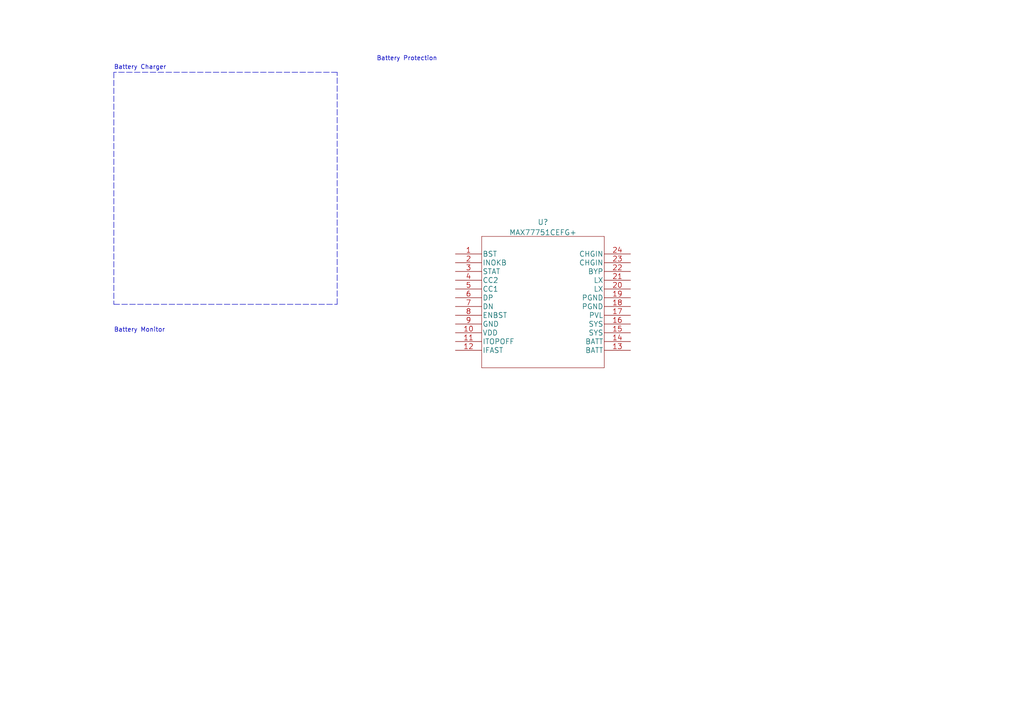
<source format=kicad_sch>
(kicad_sch (version 20211123) (generator eeschema)
  (paper "A4")
  (lib_symbols
    (symbol "1.Power.Battery_Management:MAX77751CEFG+" (pin_names (offset 0.254))
      (property "Reference" "U" (at 25.4 10.16 0))
      (property "Value" "MAX77751CEFG+" (at 25.4 7.62 0))
      (symbol "MAX77751CEFG+_1_1"
        (polyline (pts (xy 7.62 -33.02) (xy 43.18 -33.02)) (stroke (width 0.127)))
        (polyline (pts (xy 7.62 5.08) (xy 7.62 -33.02)) (stroke (width 0.127)))
        (polyline (pts (xy 43.18 -33.02) (xy 43.18 5.08)) (stroke (width 0.127)))
        (polyline (pts (xy 43.18 5.08) (xy 7.62 5.08)) (stroke (width 0.127)))
        (pin unspecified line (at 0 0 0) (length 7.62) (name "BST") (number "1"))
        (pin power_in line (at 0 -22.86 0) (length 7.62) (name "VDD") (number "10"))
        (pin unspecified line (at 0 -25.4 0) (length 7.62) (name "ITOPOFF") (number "11"))
        (pin unspecified line (at 0 -27.94 0) (length 7.62) (name "IFAST") (number "12"))
        (pin unspecified line (at 50.8 -27.94 180) (length 7.62) (name "BATT") (number "13"))
        (pin unspecified line (at 50.8 -25.4 180) (length 7.62) (name "BATT") (number "14"))
        (pin unspecified line (at 50.8 -22.86 180) (length 7.62) (name "SYS") (number "15"))
        (pin unspecified line (at 50.8 -20.32 180) (length 7.62) (name "SYS") (number "16"))
        (pin output line (at 50.8 -17.78 180) (length 7.62) (name "PVL") (number "17"))
        (pin power_in line (at 50.8 -15.24 180) (length 7.62) (name "PGND") (number "18"))
        (pin power_in line (at 50.8 -12.7 180) (length 7.62) (name "PGND") (number "19"))
        (pin input line (at 0 -2.54 0) (length 7.62) (name "INOKB") (number "2"))
        (pin unspecified line (at 50.8 -10.16 180) (length 7.62) (name "LX") (number "20"))
        (pin unspecified line (at 50.8 -7.62 180) (length 7.62) (name "LX") (number "21"))
        (pin output line (at 50.8 -5.08 180) (length 7.62) (name "BYP") (number "22"))
        (pin input line (at 50.8 -2.54 180) (length 7.62) (name "CHGIN") (number "23"))
        (pin input line (at 50.8 0 180) (length 7.62) (name "CHGIN") (number "24"))
        (pin output line (at 0 -5.08 0) (length 7.62) (name "STAT") (number "3"))
        (pin unspecified line (at 0 -7.62 0) (length 7.62) (name "CC2") (number "4"))
        (pin unspecified line (at 0 -10.16 0) (length 7.62) (name "CC1") (number "5"))
        (pin output line (at 0 -12.7 0) (length 7.62) (name "DP") (number "6"))
        (pin output line (at 0 -15.24 0) (length 7.62) (name "DN") (number "7"))
        (pin input line (at 0 -17.78 0) (length 7.62) (name "ENBST") (number "8"))
        (pin power_in line (at 0 -20.32 0) (length 7.62) (name "GND") (number "9"))
      )
    )
  )
  (polyline (pts (xy 97.79 88.265) (xy 97.79 20.955)) (stroke (width 0) (type dash)))
  (polyline (pts (xy 33.02 20.955) (xy 33.02 88.265)) (stroke (width 0) (type dash)))
  (polyline (pts (xy 33.02 88.265) (xy 97.79 88.265)) (stroke (width 0) (type dash)))
  (polyline (pts (xy 97.79 20.955) (xy 33.02 20.955)) (stroke (width 0) (type dash)))
  (text "Battery Protection" (at 109.22 17.78 0) (effects (font (size 1.27 1.27)) (justify left bottom)))
  (text "Battery Charger" (at 33.02 20.32 0) (effects (font (size 1.27 1.27)) (justify left bottom)))
  (text "Battery Monitor" (at 33.02 96.52 0) (effects (font (size 1.27 1.27)) (justify left bottom)))
  (symbol (lib_id "1.Power.Battery_Management:MAX77751CEFG+") (at 132.08 73.66 0) (unit 1)
    (property "Reference" "U?" (at 157.48 64.4324 0) (effects (font (size 1.524 1.524))))
    (property "Value" "MAX77751CEFG+" (at 157.48 67.4258 0) (effects (font (size 1.524 1.524))))
    (property "Footprint" "21-100385_90-100128_MXM" (effects hide))
  )
)
</source>
